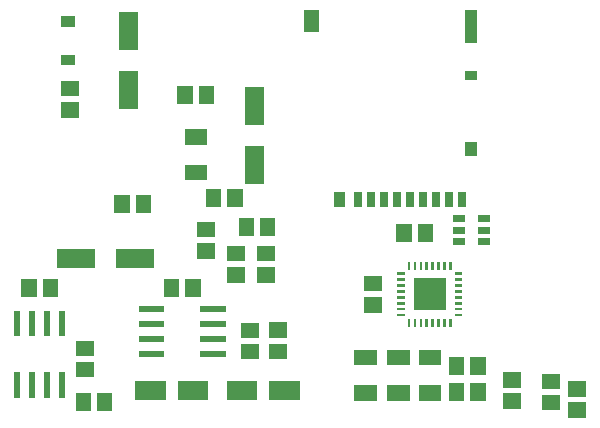
<source format=gbr>
G04 start of page 10 for group -4015 idx -4015 *
G04 Title: (unknown), toppaste *
G04 Creator: pcb 20110918 *
G04 CreationDate: Tue 27 May 2014 03:52:58 AM GMT UTC *
G04 For: ndholmes *
G04 Format: Gerber/RS-274X *
G04 PCB-Dimensions: 225000 140000 *
G04 PCB-Coordinate-Origin: lower left *
%MOIN*%
%FSLAX25Y25*%
%LNTOPPASTE*%
%ADD84C,0.0001*%
%ADD83R,0.0091X0.0091*%
%ADD82R,0.0200X0.0200*%
%ADD81R,0.0394X0.0394*%
%ADD80R,0.0315X0.0315*%
%ADD79R,0.0276X0.0276*%
%ADD78R,0.0360X0.0360*%
%ADD77R,0.0630X0.0630*%
%ADD76R,0.0240X0.0240*%
%ADD75R,0.0512X0.0512*%
G54D75*X145107Y47043D02*X145893D01*
X145107Y39957D02*X145893D01*
X92457Y75893D02*Y75107D01*
X99543Y75893D02*Y75107D01*
X173457Y19893D02*Y19107D01*
X180543Y19893D02*Y19107D01*
G54D76*X181700Y61000D02*X183300D01*
X181700Y64900D02*X183300D01*
X181700Y68800D02*X183300D01*
X173500D02*X175100D01*
X173500Y64900D02*X175100D01*
X173500Y61000D02*X175100D01*
G54D75*X90043Y110393D02*Y109607D01*
X82957Y110393D02*Y109607D01*
X113607Y31586D02*X114393D01*
X113607Y24500D02*X114393D01*
X49000Y7893D02*Y7107D01*
X56086Y7893D02*Y7107D01*
X103414Y66393D02*Y65607D01*
X110500Y66393D02*Y65607D01*
X89607Y57957D02*X90393D01*
X89607Y65043D02*X90393D01*
X99564Y57043D02*X100350D01*
X99564Y49957D02*X100350D01*
G54D77*X106000Y109492D02*Y103193D01*
Y89807D02*Y83508D01*
G54D75*X173457Y11393D02*Y10607D01*
X180543Y11393D02*Y10607D01*
X104107Y31543D02*X104893D01*
X104107Y24457D02*X104893D01*
G54D77*X69446Y11500D02*X73382D01*
X83618D02*X87554D01*
X64000Y134492D02*Y128193D01*
Y114807D02*Y108508D01*
G54D78*X43400Y121600D02*X44600D01*
X43400Y134500D02*X44600D01*
G54D79*X140501Y76122D02*Y74153D01*
X144831Y76122D02*Y74153D01*
X149162Y76122D02*Y74153D01*
X153493Y76122D02*Y74153D01*
X157824Y76122D02*Y74153D01*
X162154Y76122D02*Y74153D01*
X166485Y76122D02*Y74153D01*
X170816Y76122D02*Y74153D01*
X175147Y76122D02*Y74153D01*
G54D80*X177903Y116476D02*X178689D01*
G54D81*X178296Y92460D02*Y91672D01*
X178295Y136358D02*Y129270D01*
G54D75*X125146Y135769D02*Y133406D01*
G54D81*X134399Y75531D02*Y74743D01*
G54D82*X27000Y16500D02*Y10000D01*
X32000Y16500D02*Y10000D01*
X37000Y16500D02*Y10000D01*
X42000Y16500D02*Y10000D01*
Y37000D02*Y30500D01*
X37000Y37000D02*Y30500D01*
X32000Y37000D02*Y30500D01*
X27000Y37000D02*Y30500D01*
G54D75*X38043Y45893D02*Y45107D01*
X30957Y45893D02*Y45107D01*
G54D77*X99946Y11500D02*X103882D01*
X114118D02*X118054D01*
G54D75*X44107Y112043D02*X44893D01*
X44107Y104957D02*X44893D01*
X85319Y84095D02*X87681D01*
X85319Y95905D02*X87681D01*
G54D77*X63193Y55500D02*X69492D01*
X43508D02*X49807D01*
G54D75*X69043Y73893D02*Y73107D01*
X61957Y73893D02*Y73107D01*
X49107Y18457D02*X49893D01*
X49107Y25543D02*X49893D01*
G54D82*X89000Y23500D02*X95500D01*
X89000Y28500D02*X95500D01*
X89000Y33500D02*X95500D01*
X89000Y38500D02*X95500D01*
X68500D02*X75000D01*
X68500Y33500D02*X75000D01*
X68500Y28500D02*X75000D01*
X68500Y23500D02*X75000D01*
G54D75*X78457Y45893D02*Y45107D01*
X85543Y45893D02*Y45107D01*
G54D83*X154126Y50390D02*X155780D01*
X154126Y48421D02*X155780D01*
X154126Y46453D02*X155780D01*
X154126Y44484D02*X155780D01*
X154126Y42516D02*X155780D01*
X154126Y40547D02*X155780D01*
X154126Y38579D02*X155780D01*
X154126Y36610D02*X155780D01*
X157610Y34780D02*Y33126D01*
X159579Y34780D02*Y33126D01*
X161547Y34780D02*Y33126D01*
X163516Y34780D02*Y33126D01*
X165484Y34780D02*Y33126D01*
X167453Y34780D02*Y33126D01*
X169421Y34780D02*Y33126D01*
X171390Y34780D02*Y33126D01*
X173220Y36610D02*X174874D01*
X173220Y38579D02*X174874D01*
X173220Y40547D02*X174874D01*
X173220Y42516D02*X174874D01*
X173220Y44484D02*X174874D01*
X173220Y46453D02*X174874D01*
X173220Y48421D02*X174874D01*
X173220Y50390D02*X174874D01*
X171390Y53874D02*Y52220D01*
X169421Y53874D02*Y52220D01*
X167453Y53874D02*Y52220D01*
X165484Y53874D02*Y52220D01*
X163516Y53874D02*Y52220D01*
X161547Y53874D02*Y52220D01*
X159579Y53874D02*Y52220D01*
X157610Y53874D02*Y52220D01*
G54D84*G36*
X159185Y48815D02*Y38185D01*
X169815D01*
Y48815D01*
X159185D01*
G37*
G54D75*X155957Y64393D02*Y63607D01*
X163043Y64393D02*Y63607D01*
X191607Y7914D02*X192393D01*
X191607Y15000D02*X192393D01*
X213150Y4914D02*X213936D01*
X213150Y12000D02*X213936D01*
X204607Y7457D02*X205393D01*
X204607Y14543D02*X205393D01*
X163319Y10595D02*X165681D01*
X163319Y22405D02*X165681D01*
X152819Y10595D02*X155181D01*
X152819Y22405D02*X155181D01*
X141819Y10595D02*X144181D01*
X141819Y22405D02*X144181D01*
X109607Y57043D02*X110393D01*
X109607Y49957D02*X110393D01*
M02*

</source>
